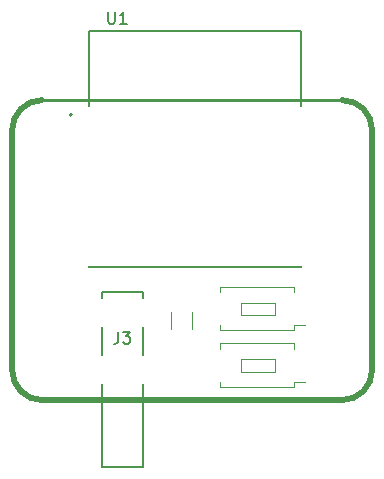
<source format=gbr>
%TF.GenerationSoftware,KiCad,Pcbnew,8.0.4*%
%TF.CreationDate,2024-07-30T16:46:50-04:00*%
%TF.ProjectId,esp32-c3-wroom-socket,65737033-322d-4633-932d-77726f6f6d2d,rev?*%
%TF.SameCoordinates,Original*%
%TF.FileFunction,Legend,Top*%
%TF.FilePolarity,Positive*%
%FSLAX46Y46*%
G04 Gerber Fmt 4.6, Leading zero omitted, Abs format (unit mm)*
G04 Created by KiCad (PCBNEW 8.0.4) date 2024-07-30 16:46:50*
%MOMM*%
%LPD*%
G01*
G04 APERTURE LIST*
%ADD10C,0.150000*%
%ADD11C,0.127000*%
%ADD12C,0.200000*%
%ADD13C,0.120000*%
%ADD14C,0.500000*%
%ADD15C,0.250000*%
%ADD16C,0.152400*%
G04 APERTURE END LIST*
D10*
X149603095Y-49469819D02*
X149603095Y-50279342D01*
X149603095Y-50279342D02*
X149650714Y-50374580D01*
X149650714Y-50374580D02*
X149698333Y-50422200D01*
X149698333Y-50422200D02*
X149793571Y-50469819D01*
X149793571Y-50469819D02*
X149984047Y-50469819D01*
X149984047Y-50469819D02*
X150079285Y-50422200D01*
X150079285Y-50422200D02*
X150126904Y-50374580D01*
X150126904Y-50374580D02*
X150174523Y-50279342D01*
X150174523Y-50279342D02*
X150174523Y-49469819D01*
X151174523Y-50469819D02*
X150603095Y-50469819D01*
X150888809Y-50469819D02*
X150888809Y-49469819D01*
X150888809Y-49469819D02*
X150793571Y-49612676D01*
X150793571Y-49612676D02*
X150698333Y-49707914D01*
X150698333Y-49707914D02*
X150603095Y-49755533D01*
X150476665Y-76554818D02*
X150476665Y-77269103D01*
X150476665Y-77269103D02*
X150429046Y-77411960D01*
X150429046Y-77411960D02*
X150333808Y-77507199D01*
X150333808Y-77507199D02*
X150190951Y-77554818D01*
X150190951Y-77554818D02*
X150095713Y-77554818D01*
X150857618Y-76554818D02*
X151476665Y-76554818D01*
X151476665Y-76554818D02*
X151143332Y-76935770D01*
X151143332Y-76935770D02*
X151286189Y-76935770D01*
X151286189Y-76935770D02*
X151381427Y-76983389D01*
X151381427Y-76983389D02*
X151429046Y-77031008D01*
X151429046Y-77031008D02*
X151476665Y-77126246D01*
X151476665Y-77126246D02*
X151476665Y-77364341D01*
X151476665Y-77364341D02*
X151429046Y-77459579D01*
X151429046Y-77459579D02*
X151381427Y-77507199D01*
X151381427Y-77507199D02*
X151286189Y-77554818D01*
X151286189Y-77554818D02*
X151000475Y-77554818D01*
X151000475Y-77554818D02*
X150905237Y-77507199D01*
X150905237Y-77507199D02*
X150857618Y-77459579D01*
D11*
%TO.C,U1*%
X147940000Y-51100000D02*
X147940000Y-57430000D01*
X147940000Y-71100000D02*
X147940000Y-70970000D01*
X147940000Y-71100000D02*
X165940000Y-71100000D01*
X165940000Y-51100000D02*
X147940000Y-51100000D01*
X165940000Y-57430000D02*
X165940000Y-51100000D01*
X165940000Y-71100000D02*
X165940000Y-70970000D01*
D12*
X146540000Y-58200000D02*
G75*
G02*
X146340000Y-58200000I-100000J0D01*
G01*
X146340000Y-58200000D02*
G75*
G02*
X146540000Y-58200000I100000J0D01*
G01*
D13*
%TO.C,SW1*%
X159100000Y-78010000D02*
X159100000Y-77550000D01*
X159100000Y-81250000D02*
X159100000Y-80790000D01*
X159100000Y-81250000D02*
X165300000Y-81250000D01*
X165300000Y-77550000D02*
X159100000Y-77550000D01*
X165300000Y-78010000D02*
X165300000Y-77550000D01*
X165300000Y-80790000D02*
X166300000Y-80790000D01*
X165300000Y-81250000D02*
X165300000Y-80790000D01*
X163700000Y-79950000D02*
X160850000Y-79950000D01*
X160850000Y-78900000D01*
X163700000Y-78900000D01*
X163700000Y-79950000D01*
%TO.C,R7*%
X154890000Y-74872936D02*
X154890000Y-76327064D01*
X156710000Y-74872936D02*
X156710000Y-76327064D01*
D14*
%TO.C,J2*%
X141470000Y-59480000D02*
X141470000Y-79800000D01*
D15*
X144010000Y-56940000D02*
X169410000Y-56940000D01*
D14*
X144010000Y-82340000D02*
X169410000Y-82340000D01*
X171950000Y-59480000D02*
X171950000Y-79800000D01*
X141470000Y-59480000D02*
G75*
G02*
X144010000Y-56940000I2540001J-1D01*
G01*
X144010000Y-82340000D02*
G75*
G02*
X141470000Y-79800000I1J2540001D01*
G01*
X169410000Y-56940000D02*
G75*
G02*
X171950000Y-59480000I0J-2540000D01*
G01*
X171950000Y-79800000D02*
G75*
G02*
X169410000Y-82340000I-2540000J0D01*
G01*
D13*
%TO.C,SW2*%
X159100000Y-73210000D02*
X159100000Y-72750000D01*
X159100000Y-76450000D02*
X159100000Y-75990000D01*
X159100000Y-76450000D02*
X165300000Y-76450000D01*
X165300000Y-72750000D02*
X159100000Y-72750000D01*
X165300000Y-73210000D02*
X165300000Y-72750000D01*
X165300000Y-75990000D02*
X166300000Y-75990000D01*
X165300000Y-76450000D02*
X165300000Y-75990000D01*
X163700000Y-75150000D02*
X160850000Y-75150000D01*
X160850000Y-74100000D01*
X163700000Y-74100000D01*
X163700000Y-75150000D01*
D16*
%TO.C,J3*%
X149108199Y-73172999D02*
X149108199Y-73712992D01*
X149108199Y-76187007D02*
X149108199Y-78512992D01*
X149108199Y-80987006D02*
X149108199Y-87981199D01*
X149108199Y-87981199D02*
X152511799Y-87981199D01*
X152511799Y-73172999D02*
X149108199Y-73172999D01*
X152511799Y-73712992D02*
X152511799Y-73172999D01*
X152511799Y-78512992D02*
X152511799Y-76187007D01*
X152511799Y-87981199D02*
X152511799Y-80987006D01*
%TD*%
M02*

</source>
